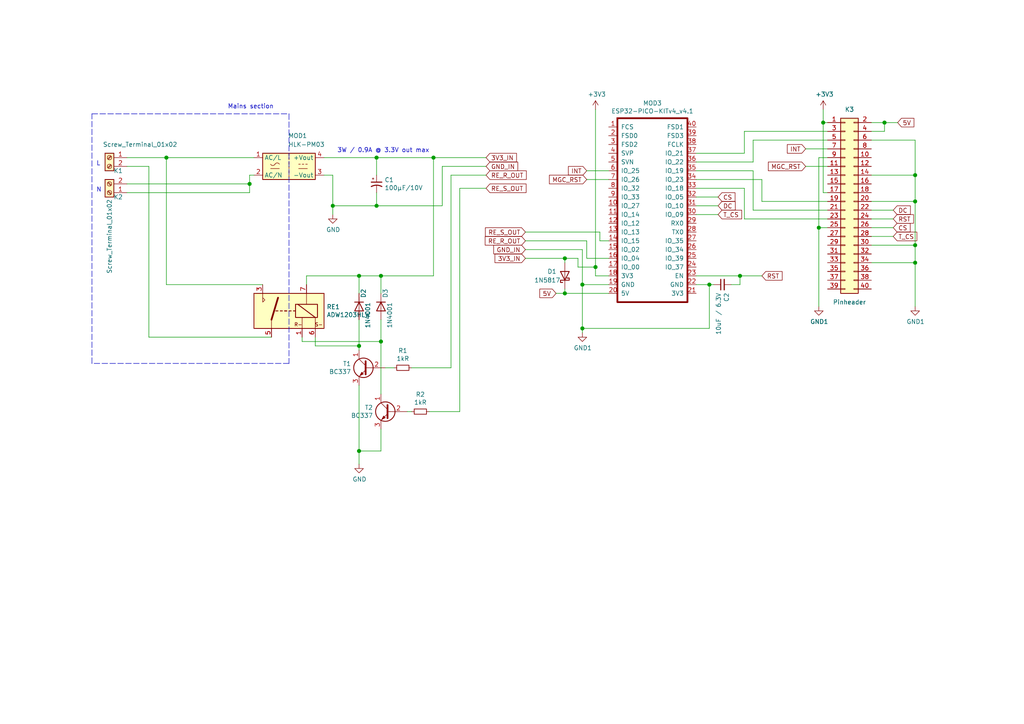
<source format=kicad_sch>
(kicad_sch (version 20210406) (generator eeschema)
  (paper "A4")
  (lib_symbols
    (symbol "ADW1203HLW:ADW1203HLW" (pin_names (offset 1.016))
      (property "Reference" "RE" (at -11.43 6.35 0))
      (property "Value" "ADW1203HLW" (at 11.43 0 90))
      (symbol "ADW1203HLW_1_1"
        (text "R-" (at -2.6924 -3.9624 0) (effects (font (size 1.016 1.016))))
        (text "S-" (at -8.6614 -3.9624 0) (effects (font (size 1.016 1.016))))
        (rectangle (start -8.255 1.905) (end -1.905 -1.905) (stroke (width 0.254)))
        (rectangle (start -10.16 5.08) (end 10.16 -5.08) (stroke (width 0.254)) (fill (type background)))
        (polyline (pts (xy -7.62 -5.08) (xy -7.62 -1.905)))
        (polyline (pts (xy -7.62 -1.905) (xy -2.54 1.905)) (stroke (width 0.254)))
        (polyline (pts (xy -5.08 5.08) (xy -5.08 1.905)))
        (polyline (pts (xy -3.81 -5.08) (xy -3.81 -1.905)))
        (polyline (pts (xy -1.905 0) (xy -1.27 0)) (stroke (width 0.254)))
        (polyline (pts (xy -0.635 0) (xy 0 0)) (stroke (width 0.254)))
        (polyline (pts (xy 0.635 0) (xy 1.27 0)) (stroke (width 0.254)))
        (polyline (pts (xy 0.635 0) (xy 1.27 0)) (stroke (width 0.254)))
        (polyline (pts (xy 1.905 0) (xy 2.54 0)) (stroke (width 0.254)))
        (polyline (pts (xy 3.175 0) (xy 3.81 0)) (stroke (width 0.254)))
        (polyline (pts (xy 5.08 -2.54) (xy 3.175 3.81)) (stroke (width 0.508)))
        (polyline (pts (xy 5.08 -2.54) (xy 5.08 -5.08)))
        (polyline (pts (xy 7.62 3.81) (xy 7.62 5.08)))
        (polyline (pts (xy 7.62 3.81) (xy 7.62 2.54) (xy 6.985 3.175) (xy 7.62 3.81)))
        (pin passive line (at -3.81 -7.62 90) (length 2.54) (name "~") (number "1"))
        (pin passive line (at 7.62 7.62 270) (length 2.54) (name "~") (number "3"))
        (pin passive line (at 5.08 -7.62 90) (length 2.54) (name "~") (number "5"))
        (pin passive line (at -7.62 -7.62 90) (length 2.54) (name "~") (number "6"))
        (pin input line (at -5.08 7.62 270) (length 2.54) (name "~") (number "7"))
      )
    )
    (symbol "Connector:Screw_Terminal_01x02" (pin_names (offset 1.016) hide)
      (property "Reference" "J" (at 0 2.54 0))
      (property "Value" "Screw_Terminal_01x02" (at 0 -5.08 0))
      (symbol "Screw_Terminal_01x02_1_1"
        (circle (center 0 -2.54) (radius 0.635) (stroke (width 0.1524)))
        (circle (center 0 0) (radius 0.635) (stroke (width 0.1524)))
        (rectangle (start -1.27 1.27) (end 1.27 -3.81) (stroke (width 0.254)) (fill (type background)))
        (polyline (pts (xy -0.5334 -2.2098) (xy 0.3302 -3.048)) (stroke (width 0.1524)))
        (polyline (pts (xy -0.5334 0.3302) (xy 0.3302 -0.508)) (stroke (width 0.1524)))
        (polyline (pts (xy -0.3556 -2.032) (xy 0.508 -2.8702)) (stroke (width 0.1524)))
        (polyline (pts (xy -0.3556 0.508) (xy 0.508 -0.3302)) (stroke (width 0.1524)))
        (pin passive line (at -5.08 0 0) (length 3.81) (name "Pin_1") (number "1"))
        (pin passive line (at -5.08 -2.54 0) (length 3.81) (name "Pin_2") (number "2"))
      )
    )
    (symbol "Connector_Generic:Conn_02x20_Odd_Even" (pin_names (offset 1.016) hide)
      (property "Reference" "J" (at 1.27 25.4 0))
      (property "Value" "Conn_02x20_Odd_Even" (at 1.27 -27.94 0))
      (symbol "Conn_02x20_Odd_Even_1_1"
        (rectangle (start -1.27 -25.273) (end 0 -25.527) (stroke (width 0.1524)))
        (rectangle (start -1.27 -22.733) (end 0 -22.987) (stroke (width 0.1524)))
        (rectangle (start -1.27 -20.193) (end 0 -20.447) (stroke (width 0.1524)))
        (rectangle (start -1.27 -17.653) (end 0 -17.907) (stroke (width 0.1524)))
        (rectangle (start -1.27 -15.113) (end 0 -15.367) (stroke (width 0.1524)))
        (rectangle (start -1.27 -12.573) (end 0 -12.827) (stroke (width 0.1524)))
        (rectangle (start -1.27 -10.033) (end 0 -10.287) (stroke (width 0.1524)))
        (rectangle (start -1.27 -7.493) (end 0 -7.747) (stroke (width 0.1524)))
        (rectangle (start -1.27 -4.953) (end 0 -5.207) (stroke (width 0.1524)))
        (rectangle (start -1.27 -2.413) (end 0 -2.667) (stroke (width 0.1524)))
        (rectangle (start -1.27 0.127) (end 0 -0.127) (stroke (width 0.1524)))
        (rectangle (start -1.27 2.667) (end 0 2.413) (stroke (width 0.1524)))
        (rectangle (start -1.27 5.207) (end 0 4.953) (stroke (width 0.1524)))
        (rectangle (start -1.27 7.747) (end 0 7.493) (stroke (width 0.1524)))
        (rectangle (start -1.27 10.287) (end 0 10.033) (stroke (width 0.1524)))
        (rectangle (start -1.27 12.827) (end 0 12.573) (stroke (width 0.1524)))
        (rectangle (start -1.27 15.367) (end 0 15.113) (stroke (width 0.1524)))
        (rectangle (start -1.27 17.907) (end 0 17.653) (stroke (width 0.1524)))
        (rectangle (start -1.27 20.447) (end 0 20.193) (stroke (width 0.1524)))
        (rectangle (start -1.27 22.987) (end 0 22.733) (stroke (width 0.1524)))
        (rectangle (start 3.81 -25.273) (end 2.54 -25.527) (stroke (width 0.1524)))
        (rectangle (start 3.81 -22.733) (end 2.54 -22.987) (stroke (width 0.1524)))
        (rectangle (start 3.81 -20.193) (end 2.54 -20.447) (stroke (width 0.1524)))
        (rectangle (start 3.81 -17.653) (end 2.54 -17.907) (stroke (width 0.1524)))
        (rectangle (start 3.81 -15.113) (end 2.54 -15.367) (stroke (width 0.1524)))
        (rectangle (start 3.81 -12.573) (end 2.54 -12.827) (stroke (width 0.1524)))
        (rectangle (start 3.81 -10.033) (end 2.54 -10.287) (stroke (width 0.1524)))
        (rectangle (start 3.81 -7.493) (end 2.54 -7.747) (stroke (width 0.1524)))
        (rectangle (start 3.81 -4.953) (end 2.54 -5.207) (stroke (width 0.1524)))
        (rectangle (start 3.81 -2.413) (end 2.54 -2.667) (stroke (width 0.1524)))
        (rectangle (start 3.81 0.127) (end 2.54 -0.127) (stroke (width 0.1524)))
        (rectangle (start 3.81 2.667) (end 2.54 2.413) (stroke (width 0.1524)))
        (rectangle (start 3.81 5.207) (end 2.54 4.953) (stroke (width 0.1524)))
        (rectangle (start 3.81 7.747) (end 2.54 7.493) (stroke (width 0.1524)))
        (rectangle (start 3.81 10.287) (end 2.54 10.033) (stroke (width 0.1524)))
        (rectangle (start 3.81 12.827) (end 2.54 12.573) (stroke (width 0.1524)))
        (rectangle (start 3.81 15.367) (end 2.54 15.113) (stroke (width 0.1524)))
        (rectangle (start 3.81 17.907) (end 2.54 17.653) (stroke (width 0.1524)))
        (rectangle (start 3.81 20.447) (end 2.54 20.193) (stroke (width 0.1524)))
        (rectangle (start 3.81 22.987) (end 2.54 22.733) (stroke (width 0.1524)))
        (rectangle (start -1.27 24.13) (end 3.81 -26.67) (stroke (width 0.254)) (fill (type background)))
        (pin passive line (at -5.08 22.86 0) (length 3.81) (name "Pin_1") (number "1"))
        (pin passive line (at 7.62 12.7 180) (length 3.81) (name "Pin_10") (number "10"))
        (pin passive line (at -5.08 10.16 0) (length 3.81) (name "Pin_11") (number "11"))
        (pin passive line (at 7.62 10.16 180) (length 3.81) (name "Pin_12") (number "12"))
        (pin passive line (at -5.08 7.62 0) (length 3.81) (name "Pin_13") (number "13"))
        (pin passive line (at 7.62 7.62 180) (length 3.81) (name "Pin_14") (number "14"))
        (pin passive line (at -5.08 5.08 0) (length 3.81) (name "Pin_15") (number "15"))
        (pin passive line (at 7.62 5.08 180) (length 3.81) (name "Pin_16") (number "16"))
        (pin passive line (at -5.08 2.54 0) (length 3.81) (name "Pin_17") (number "17"))
        (pin passive line (at 7.62 2.54 180) (length 3.81) (name "Pin_18") (number "18"))
        (pin passive line (at -5.08 0 0) (length 3.81) (name "Pin_19") (number "19"))
        (pin passive line (at 7.62 22.86 180) (length 3.81) (name "Pin_2") (number "2"))
        (pin passive line (at 7.62 0 180) (length 3.81) (name "Pin_20") (number "20"))
        (pin passive line (at -5.08 -2.54 0) (length 3.81) (name "Pin_21") (number "21"))
        (pin passive line (at 7.62 -2.54 180) (length 3.81) (name "Pin_22") (number "22"))
        (pin passive line (at -5.08 -5.08 0) (length 3.81) (name "Pin_23") (number "23"))
        (pin passive line (at 7.62 -5.08 180) (length 3.81) (name "Pin_24") (number "24"))
        (pin passive line (at -5.08 -7.62 0) (length 3.81) (name "Pin_25") (number "25"))
        (pin passive line (at 7.62 -7.62 180) (length 3.81) (name "Pin_26") (number "26"))
        (pin passive line (at -5.08 -10.16 0) (length 3.81) (name "Pin_27") (number "27"))
        (pin passive line (at 7.62 -10.16 180) (length 3.81) (name "Pin_28") (number "28"))
        (pin passive line (at -5.08 -12.7 0) (length 3.81) (name "Pin_29") (number "29"))
        (pin passive line (at -5.08 20.32 0) (length 3.81) (name "Pin_3") (number "3"))
        (pin passive line (at 7.62 -12.7 180) (length 3.81) (name "Pin_30") (number "30"))
        (pin passive line (at -5.08 -15.24 0) (length 3.81) (name "Pin_31") (number "31"))
        (pin passive line (at 7.62 -15.24 180) (length 3.81) (name "Pin_32") (number "32"))
        (pin passive line (at -5.08 -17.78 0) (length 3.81) (name "Pin_33") (number "33"))
        (pin passive line (at 7.62 -17.78 180) (length 3.81) (name "Pin_34") (number "34"))
        (pin passive line (at -5.08 -20.32 0) (length 3.81) (name "Pin_35") (number "35"))
        (pin passive line (at 7.62 -20.32 180) (length 3.81) (name "Pin_36") (number "36"))
        (pin passive line (at -5.08 -22.86 0) (length 3.81) (name "Pin_37") (number "37"))
        (pin passive line (at 7.62 -22.86 180) (length 3.81) (name "Pin_38") (number "38"))
        (pin passive line (at -5.08 -25.4 0) (length 3.81) (name "Pin_39") (number "39"))
        (pin passive line (at 7.62 20.32 180) (length 3.81) (name "Pin_4") (number "4"))
        (pin passive line (at 7.62 -25.4 180) (length 3.81) (name "Pin_40") (number "40"))
        (pin passive line (at -5.08 17.78 0) (length 3.81) (name "Pin_5") (number "5"))
        (pin passive line (at 7.62 17.78 180) (length 3.81) (name "Pin_6") (number "6"))
        (pin passive line (at -5.08 15.24 0) (length 3.81) (name "Pin_7") (number "7"))
        (pin passive line (at 7.62 15.24 180) (length 3.81) (name "Pin_8") (number "8"))
        (pin passive line (at -5.08 12.7 0) (length 3.81) (name "Pin_9") (number "9"))
      )
    )
    (symbol "Converter_ACDC:HLK-PM03"
      (property "Reference" "PS" (at 0 5.08 0))
      (property "Value" "HLK-PM03" (at 0 -5.08 0))
      (symbol "HLK-PM03_0_1"
        (arc (start -5.334 0.635) (end -4.064 0.635) (radius (at -4.699 0.9652) (length 0.7112) (angles -152.5 -27.5)))
        (arc (start -2.794 0.635) (end -4.064 0.635) (radius (at -3.429 0.2794) (length 0.7366) (angles 29.2 150.8)))
        (rectangle (start -7.62 3.81) (end 7.62 -3.81) (stroke (width 0.254)) (fill (type background)))
        (polyline (pts (xy -5.334 -0.635) (xy -2.794 -0.635)))
        (polyline (pts (xy 0 -2.54) (xy 0 -3.175)))
        (polyline (pts (xy 0 -1.27) (xy 0 -1.905)))
        (polyline (pts (xy 0 0) (xy 0 -0.635)))
        (polyline (pts (xy 0 1.27) (xy 0 0.635)))
        (polyline (pts (xy 0 2.54) (xy 0 1.905)))
        (polyline (pts (xy 0 3.81) (xy 0 3.175)))
        (polyline (pts (xy 2.794 -0.635) (xy 5.334 -0.635)))
        (polyline (pts (xy 2.794 0.635) (xy 3.302 0.635)))
        (polyline (pts (xy 3.81 0.635) (xy 4.318 0.635)))
        (polyline (pts (xy 4.826 0.635) (xy 5.334 0.635)))
      )
      (symbol "HLK-PM03_1_1"
        (pin power_in line (at -10.16 2.54 0) (length 2.54) (name "AC/L") (number "1"))
        (pin power_in line (at -10.16 -2.54 0) (length 2.54) (name "AC/N") (number "2"))
        (pin power_out line (at 10.16 -2.54 180) (length 2.54) (name "-Vout") (number "3"))
        (pin power_out line (at 10.16 2.54 180) (length 2.54) (name "+Vout") (number "4"))
      )
    )
    (symbol "Device:CP1_Small" (pin_numbers hide) (pin_names (offset 0.254) hide)
      (property "Reference" "C" (at 0.254 1.778 0))
      (property "Value" "CP1_Small" (at 0.254 -2.032 0))
      (symbol "CP1_Small_0_1"
        (arc (start -1.524 -0.762) (end 1.524 -0.762) (radius (at 0 -3.556) (length 3.175) (angles 118.6 61.4)) (stroke (width 0.3048)))
        (polyline (pts (xy -1.524 0.508) (xy 1.524 0.508)) (stroke (width 0.3048)))
        (polyline (pts (xy -1.27 1.524) (xy -0.762 1.524)))
        (polyline (pts (xy -1.016 1.27) (xy -1.016 1.778)))
      )
      (symbol "CP1_Small_1_1"
        (pin passive line (at 0 2.54 270) (length 2.032) (name "~") (number "1"))
        (pin passive line (at 0 -2.54 90) (length 2.032) (name "~") (number "2"))
      )
    )
    (symbol "Device:C_Small" (pin_numbers hide) (pin_names (offset 0.254) hide)
      (property "Reference" "C" (at 0.254 1.778 0))
      (property "Value" "C_Small" (at 0.254 -2.032 0))
      (symbol "C_Small_0_1"
        (polyline (pts (xy -1.524 -0.508) (xy 1.524 -0.508)) (stroke (width 0.3302)))
        (polyline (pts (xy -1.524 0.508) (xy 1.524 0.508)) (stroke (width 0.3048)))
      )
      (symbol "C_Small_1_1"
        (pin passive line (at 0 2.54 270) (length 2.032) (name "~") (number "1"))
        (pin passive line (at 0 -2.54 90) (length 2.032) (name "~") (number "2"))
      )
    )
    (symbol "Device:D" (pin_numbers hide) (pin_names (offset 1.016) hide)
      (property "Reference" "D" (at 0 2.54 0))
      (property "Value" "D" (at 0 -2.54 0))
      (symbol "D_0_1"
        (polyline (pts (xy -1.27 1.27) (xy -1.27 -1.27)) (stroke (width 0.254)))
        (polyline (pts (xy 1.27 0) (xy -1.27 0)))
        (polyline (pts (xy 1.27 1.27) (xy 1.27 -1.27) (xy -1.27 0) (xy 1.27 1.27)) (stroke (width 0.254)))
      )
      (symbol "D_1_1"
        (pin passive line (at -3.81 0 0) (length 2.54) (name "K") (number "1"))
        (pin passive line (at 3.81 0 180) (length 2.54) (name "A") (number "2"))
      )
    )
    (symbol "Device:D_Schottky" (pin_numbers hide) (pin_names (offset 1.016) hide)
      (property "Reference" "D" (at 0 2.54 0))
      (property "Value" "D_Schottky" (at 0 -2.54 0))
      (symbol "D_Schottky_0_1"
        (polyline (pts (xy 1.27 0) (xy -1.27 0)))
        (polyline (pts (xy 1.27 1.27) (xy 1.27 -1.27) (xy -1.27 0) (xy 1.27 1.27)) (stroke (width 0.254)))
        (polyline (pts (xy -1.905 0.635) (xy -1.905 1.27) (xy -1.27 1.27) (xy -1.27 -1.27) (xy -0.635 -1.27) (xy -0.635 -0.635)) (stroke (width 0.254)))
      )
      (symbol "D_Schottky_1_1"
        (pin passive line (at -3.81 0 0) (length 2.54) (name "K") (number "1"))
        (pin passive line (at 3.81 0 180) (length 2.54) (name "A") (number "2"))
      )
    )
    (symbol "Device:R_Small" (pin_numbers hide) (pin_names (offset 0.254) hide)
      (property "Reference" "R" (at 0.762 0.508 0))
      (property "Value" "R_Small" (at 0.762 -1.016 0))
      (symbol "R_Small_0_1"
        (rectangle (start -0.762 1.778) (end 0.762 -1.778) (stroke (width 0.2032)))
      )
      (symbol "R_Small_1_1"
        (pin passive line (at 0 2.54 270) (length 0.762) (name "~") (number "1"))
        (pin passive line (at 0 -2.54 90) (length 0.762) (name "~") (number "2"))
      )
    )
    (symbol "Espressif:ESP32-PICO-KITv4_v4.1" (pin_names (offset 1.016))
      (property "Reference" "IC" (at 0 0 0))
      (property "Value" "ESP32-PICO-KITv4_v4.1" (at 0 -57.15 0))
      (symbol "ESP32-PICO-KITv4_v4.1_0_1"
        (rectangle (start -10.16 -2.54) (end 10.16 -55.88) (stroke (width 0.508)))
      )
      (symbol "ESP32-PICO-KITv4_v4.1_1_1"
        (pin input line (at -12.7 -5.08 0) (length 2.54) (name "FCS") (number "1"))
        (pin input line (at -12.7 -27.94 0) (length 2.54) (name "IO_27") (number "10"))
        (pin input line (at -12.7 -30.48 0) (length 2.54) (name "IO_14") (number "11"))
        (pin input line (at -12.7 -33.02 0) (length 2.54) (name "IO_12") (number "12"))
        (pin input line (at -12.7 -35.56 0) (length 2.54) (name "IO_13") (number "13"))
        (pin input line (at -12.7 -38.1 0) (length 2.54) (name "IO_15") (number "14"))
        (pin input line (at -12.7 -40.64 0) (length 2.54) (name "IO_02") (number "15"))
        (pin input line (at -12.7 -43.18 0) (length 2.54) (name "IO_04") (number "16"))
        (pin input line (at -12.7 -45.72 0) (length 2.54) (name "IO_00") (number "17"))
        (pin input line (at -12.7 -48.26 0) (length 2.54) (name "3V3") (number "18"))
        (pin input line (at -12.7 -50.8 0) (length 2.54) (name "GND") (number "19"))
        (pin input line (at -12.7 -7.62 0) (length 2.54) (name "FSD0") (number "2"))
        (pin input line (at -12.7 -53.34 0) (length 2.54) (name "5V") (number "20"))
        (pin input line (at 12.7 -53.34 180) (length 2.54) (name "3V3") (number "21"))
        (pin input line (at 12.7 -50.8 180) (length 2.54) (name "GND") (number "22"))
        (pin input line (at 12.7 -48.26 180) (length 2.54) (name "EN") (number "23"))
        (pin input line (at 12.7 -45.72 180) (length 2.54) (name "IO_37") (number "24"))
        (pin input line (at 12.7 -43.18 180) (length 2.54) (name "IO_39") (number "25"))
        (pin input line (at 12.7 -40.64 180) (length 2.54) (name "IO_34") (number "26"))
        (pin input line (at 12.7 -38.1 180) (length 2.54) (name "IO_35") (number "27"))
        (pin input line (at 12.7 -35.56 180) (length 2.54) (name "TX0") (number "28"))
        (pin input line (at 12.7 -33.02 180) (length 2.54) (name "RX0") (number "29"))
        (pin input line (at -12.7 -10.16 0) (length 2.54) (name "FSD2") (number "3"))
        (pin input line (at 12.7 -30.48 180) (length 2.54) (name "IO_09") (number "30"))
        (pin input line (at 12.7 -27.94 180) (length 2.54) (name "IO_10") (number "31"))
        (pin input line (at 12.7 -25.4 180) (length 2.54) (name "IO_05") (number "32"))
        (pin input line (at 12.7 -22.86 180) (length 2.54) (name "IO_18") (number "33"))
        (pin input line (at 12.7 -20.32 180) (length 2.54) (name "IO_23") (number "34"))
        (pin input line (at 12.7 -17.78 180) (length 2.54) (name "IO_19") (number "35"))
        (pin input line (at 12.7 -15.24 180) (length 2.54) (name "IO_22") (number "36"))
        (pin input line (at 12.7 -12.7 180) (length 2.54) (name "IO_21") (number "37"))
        (pin input line (at 12.7 -10.16 180) (length 2.54) (name "FCLK") (number "38"))
        (pin input line (at 12.7 -7.62 180) (length 2.54) (name "FSD3") (number "39"))
        (pin input line (at -12.7 -12.7 0) (length 2.54) (name "SVP") (number "4"))
        (pin input line (at 12.7 -5.08 180) (length 2.54) (name "FSD1") (number "40"))
        (pin input line (at -12.7 -15.24 0) (length 2.54) (name "SVN") (number "5"))
        (pin input line (at -12.7 -17.78 0) (length 2.54) (name "IO_25") (number "6"))
        (pin input line (at -12.7 -20.32 0) (length 2.54) (name "IO_26") (number "7"))
        (pin input line (at -12.7 -22.86 0) (length 2.54) (name "IO_32") (number "8"))
        (pin input line (at -12.7 -25.4 0) (length 2.54) (name "IO_33") (number "9"))
      )
    )
    (symbol "Transistor_BJT:BC337" (pin_names (offset 0) hide)
      (property "Reference" "Q" (at 5.08 1.905 0))
      (property "Value" "BC337" (at 5.08 0 0))
      (symbol "BC337_0_1"
        (circle (center 1.27 0) (radius 2.8194) (stroke (width 0.254)))
        (polyline (pts (xy 0 0) (xy 0.635 0)))
        (polyline (pts (xy 0.635 0.635) (xy 2.54 2.54)))
        (polyline (pts (xy 0.635 -0.635) (xy 2.54 -2.54) (xy 2.54 -2.54)))
        (polyline (pts (xy 0.635 1.905) (xy 0.635 -1.905) (xy 0.635 -1.905)) (stroke (width 0.508)))
        (polyline (pts (xy 1.27 -1.778) (xy 1.778 -1.27) (xy 2.286 -2.286) (xy 1.27 -1.778) (xy 1.27 -1.778)) (fill (type outline)))
      )
      (symbol "BC337_1_1"
        (pin passive line (at 2.54 5.08 270) (length 2.54) (name "C") (number "1"))
        (pin input line (at -5.08 0 0) (length 5.08) (name "B") (number "2"))
        (pin passive line (at 2.54 -5.08 90) (length 2.54) (name "E") (number "3"))
      )
    )
    (symbol "power:+3V3" (power) (pin_names (offset 0))
      (property "Value" "+3V3" (at 0 3.556 0))
      (symbol "+3V3_0_1"
        (polyline (pts (xy -0.762 1.27) (xy 0 2.54)))
        (polyline (pts (xy 0 0) (xy 0 2.54)))
        (polyline (pts (xy 0 2.54) (xy 0.762 1.27)))
      )
      (symbol "+3V3_1_1"
        (pin power_in line (at 0 0 90) (length 0) hide (name "+3V3") (number "1"))
      )
    )
    (symbol "power:GND" (power) (pin_names (offset 0))
      (property "Value" "GND" (at 0 -3.81 0))
      (symbol "GND_0_1"
        (polyline (pts (xy 0 0) (xy 0 -1.27) (xy 1.27 -1.27) (xy 0 -2.54) (xy -1.27 -1.27) (xy 0 -1.27)))
      )
      (symbol "GND_1_1"
        (pin power_in line (at 0 0 270) (length 0) hide (name "GND") (number "1"))
      )
    )
    (symbol "power:GND1" (power) (pin_names (offset 0))
      (property "Value" "GND1" (at 0 -3.81 0))
      (symbol "GND1_0_1"
        (polyline (pts (xy 0 0) (xy 0 -1.27) (xy 1.27 -1.27) (xy 0 -2.54) (xy -1.27 -1.27) (xy 0 -1.27)))
      )
      (symbol "GND1_1_1"
        (pin power_in line (at 0 0 270) (length 0) hide (name "GND1") (number "1"))
      )
    )
  )
  (junction (at 48.26 45.72) (diameter 1.016))
  (junction (at 72.39 53.34) (diameter 1.016))
  (junction (at 96.52 59.69) (diameter 1.016))
  (junction (at 104.14 80.01) (diameter 1.016))
  (junction (at 104.14 100.33) (diameter 1.016))
  (junction (at 104.14 130.81) (diameter 1.016))
  (junction (at 109.22 45.72) (diameter 1.016))
  (junction (at 109.22 59.69) (diameter 1.016))
  (junction (at 110.49 80.01) (diameter 1.016))
  (junction (at 110.49 99.06) (diameter 1.016))
  (junction (at 125.73 45.72) (diameter 1.016))
  (junction (at 163.83 74.93) (diameter 1.016))
  (junction (at 163.83 85.09) (diameter 1.016))
  (junction (at 168.91 82.55) (diameter 1.016))
  (junction (at 168.91 95.25) (diameter 1.016))
  (junction (at 172.72 77.47) (diameter 1.016))
  (junction (at 205.74 82.55) (diameter 1.016))
  (junction (at 214.63 80.01) (diameter 1.016))
  (junction (at 237.49 66.04) (diameter 1.016))
  (junction (at 238.76 35.56) (diameter 1.016))
  (junction (at 256.54 35.56) (diameter 1.016))
  (junction (at 265.43 50.8) (diameter 1.016))
  (junction (at 265.43 58.42) (diameter 1.016))
  (junction (at 265.43 71.12) (diameter 1.016))
  (junction (at 265.43 76.2) (diameter 1.016))
  (wire (pts (xy 36.83 45.72) (xy 48.26 45.72)))
  (wire (pts (xy 36.83 48.26) (xy 43.18 48.26)))
  (wire (pts (xy 36.83 53.34) (xy 72.39 53.34)))
  (wire (pts (xy 43.18 48.26) (xy 43.18 97.79)))
  (wire (pts (xy 43.18 97.79) (xy 78.74 97.79)))
  (wire (pts (xy 48.26 45.72) (xy 48.26 82.55)))
  (wire (pts (xy 48.26 45.72) (xy 73.66 45.72)))
  (wire (pts (xy 48.26 82.55) (xy 76.2 82.55)))
  (wire (pts (xy 72.39 50.8) (xy 73.66 50.8)))
  (wire (pts (xy 72.39 53.34) (xy 72.39 50.8)))
  (wire (pts (xy 72.39 53.34) (xy 72.39 55.88)))
  (wire (pts (xy 72.39 55.88) (xy 36.83 55.88)))
  (wire (pts (xy 87.63 97.79) (xy 87.63 99.06)))
  (wire (pts (xy 87.63 99.06) (xy 110.49 99.06)))
  (wire (pts (xy 88.9 80.01) (xy 88.9 82.55)))
  (wire (pts (xy 91.44 97.79) (xy 91.44 100.33)))
  (wire (pts (xy 91.44 100.33) (xy 104.14 100.33)))
  (wire (pts (xy 93.98 45.72) (xy 109.22 45.72)))
  (wire (pts (xy 93.98 50.8) (xy 96.52 50.8)))
  (wire (pts (xy 96.52 50.8) (xy 96.52 59.69)))
  (wire (pts (xy 96.52 59.69) (xy 96.52 62.23)))
  (wire (pts (xy 96.52 59.69) (xy 109.22 59.69)))
  (wire (pts (xy 104.14 80.01) (xy 88.9 80.01)))
  (wire (pts (xy 104.14 80.01) (xy 104.14 85.09)))
  (wire (pts (xy 104.14 80.01) (xy 110.49 80.01)))
  (wire (pts (xy 104.14 92.71) (xy 104.14 100.33)))
  (wire (pts (xy 104.14 100.33) (xy 104.14 101.6)))
  (wire (pts (xy 104.14 111.76) (xy 104.14 130.81)))
  (wire (pts (xy 104.14 130.81) (xy 104.14 134.62)))
  (wire (pts (xy 109.22 45.72) (xy 125.73 45.72)))
  (wire (pts (xy 109.22 50.8) (xy 109.22 45.72)))
  (wire (pts (xy 109.22 55.88) (xy 109.22 59.69)))
  (wire (pts (xy 109.22 59.69) (xy 128.27 59.69)))
  (wire (pts (xy 110.49 80.01) (xy 125.73 80.01)))
  (wire (pts (xy 110.49 85.09) (xy 110.49 80.01)))
  (wire (pts (xy 110.49 99.06) (xy 110.49 92.71)))
  (wire (pts (xy 110.49 99.06) (xy 110.49 114.3)))
  (wire (pts (xy 110.49 124.46) (xy 110.49 130.81)))
  (wire (pts (xy 110.49 130.81) (xy 104.14 130.81)))
  (wire (pts (xy 111.76 106.68) (xy 114.3 106.68)))
  (wire (pts (xy 119.38 106.68) (xy 130.81 106.68)))
  (wire (pts (xy 119.38 119.38) (xy 118.11 119.38)))
  (wire (pts (xy 124.46 119.38) (xy 133.35 119.38)))
  (wire (pts (xy 125.73 45.72) (xy 125.73 80.01)))
  (wire (pts (xy 125.73 45.72) (xy 140.97 45.72)))
  (wire (pts (xy 128.27 48.26) (xy 140.97 48.26)))
  (wire (pts (xy 128.27 59.69) (xy 128.27 48.26)))
  (wire (pts (xy 130.81 50.8) (xy 130.81 106.68)))
  (wire (pts (xy 130.81 50.8) (xy 140.97 50.8)))
  (wire (pts (xy 133.35 54.61) (xy 140.97 54.61)))
  (wire (pts (xy 133.35 119.38) (xy 133.35 54.61)))
  (wire (pts (xy 152.4 69.85) (xy 170.18 69.85)))
  (wire (pts (xy 152.4 72.39) (xy 168.91 72.39)))
  (wire (pts (xy 161.29 85.09) (xy 163.83 85.09)))
  (wire (pts (xy 163.83 74.93) (xy 152.4 74.93)))
  (wire (pts (xy 163.83 74.93) (xy 167.64 74.93)))
  (wire (pts (xy 163.83 76.2) (xy 163.83 74.93)))
  (wire (pts (xy 163.83 83.82) (xy 163.83 85.09)))
  (wire (pts (xy 163.83 85.09) (xy 176.53 85.09)))
  (wire (pts (xy 167.64 74.93) (xy 167.64 77.47)))
  (wire (pts (xy 167.64 77.47) (xy 172.72 77.47)))
  (wire (pts (xy 168.91 72.39) (xy 168.91 82.55)))
  (wire (pts (xy 168.91 82.55) (xy 168.91 95.25)))
  (wire (pts (xy 168.91 95.25) (xy 168.91 96.52)))
  (wire (pts (xy 170.18 49.53) (xy 176.53 49.53)))
  (wire (pts (xy 170.18 52.07) (xy 176.53 52.07)))
  (wire (pts (xy 170.18 69.85) (xy 170.18 74.93)))
  (wire (pts (xy 170.18 74.93) (xy 176.53 74.93)))
  (wire (pts (xy 172.72 31.75) (xy 172.72 77.47)))
  (wire (pts (xy 172.72 77.47) (xy 172.72 80.01)))
  (wire (pts (xy 173.99 67.31) (xy 152.4 67.31)))
  (wire (pts (xy 173.99 69.85) (xy 173.99 67.31)))
  (wire (pts (xy 176.53 69.85) (xy 173.99 69.85)))
  (wire (pts (xy 176.53 80.01) (xy 172.72 80.01)))
  (wire (pts (xy 176.53 82.55) (xy 168.91 82.55)))
  (wire (pts (xy 201.93 44.45) (xy 215.9 44.45)))
  (wire (pts (xy 201.93 46.99) (xy 218.44 46.99)))
  (wire (pts (xy 201.93 49.53) (xy 218.44 49.53)))
  (wire (pts (xy 201.93 54.61) (xy 215.9 54.61)))
  (wire (pts (xy 201.93 62.23) (xy 208.28 62.23)))
  (wire (pts (xy 205.74 82.55) (xy 201.93 82.55)))
  (wire (pts (xy 205.74 82.55) (xy 205.74 95.25)))
  (wire (pts (xy 205.74 95.25) (xy 168.91 95.25)))
  (wire (pts (xy 207.01 82.55) (xy 205.74 82.55)))
  (wire (pts (xy 208.28 57.15) (xy 201.93 57.15)))
  (wire (pts (xy 208.28 59.69) (xy 201.93 59.69)))
  (wire (pts (xy 212.09 82.55) (xy 214.63 82.55)))
  (wire (pts (xy 214.63 80.01) (xy 201.93 80.01)))
  (wire (pts (xy 214.63 80.01) (xy 220.98 80.01)))
  (wire (pts (xy 214.63 82.55) (xy 214.63 80.01)))
  (wire (pts (xy 215.9 38.1) (xy 215.9 44.45)))
  (wire (pts (xy 215.9 54.61) (xy 215.9 63.5)))
  (wire (pts (xy 215.9 63.5) (xy 240.03 63.5)))
  (wire (pts (xy 218.44 40.64) (xy 240.03 40.64)))
  (wire (pts (xy 218.44 46.99) (xy 218.44 40.64)))
  (wire (pts (xy 218.44 49.53) (xy 218.44 60.96)))
  (wire (pts (xy 218.44 60.96) (xy 240.03 60.96)))
  (wire (pts (xy 220.98 52.07) (xy 201.93 52.07)))
  (wire (pts (xy 220.98 58.42) (xy 220.98 52.07)))
  (wire (pts (xy 233.68 43.18) (xy 240.03 43.18)))
  (wire (pts (xy 233.68 48.26) (xy 240.03 48.26)))
  (wire (pts (xy 237.49 45.72) (xy 237.49 66.04)))
  (wire (pts (xy 237.49 66.04) (xy 240.03 66.04)))
  (wire (pts (xy 237.49 88.9) (xy 237.49 66.04)))
  (wire (pts (xy 238.76 35.56) (xy 238.76 31.75)))
  (wire (pts (xy 238.76 55.88) (xy 238.76 35.56)))
  (wire (pts (xy 240.03 35.56) (xy 238.76 35.56)))
  (wire (pts (xy 240.03 38.1) (xy 215.9 38.1)))
  (wire (pts (xy 240.03 45.72) (xy 237.49 45.72)))
  (wire (pts (xy 240.03 55.88) (xy 238.76 55.88)))
  (wire (pts (xy 240.03 58.42) (xy 220.98 58.42)))
  (wire (pts (xy 252.73 35.56) (xy 256.54 35.56)))
  (wire (pts (xy 252.73 38.1) (xy 256.54 38.1)))
  (wire (pts (xy 252.73 40.64) (xy 265.43 40.64)))
  (wire (pts (xy 252.73 50.8) (xy 265.43 50.8)))
  (wire (pts (xy 252.73 58.42) (xy 265.43 58.42)))
  (wire (pts (xy 252.73 63.5) (xy 259.08 63.5)))
  (wire (pts (xy 252.73 68.58) (xy 259.08 68.58)))
  (wire (pts (xy 252.73 71.12) (xy 265.43 71.12)))
  (wire (pts (xy 252.73 76.2) (xy 265.43 76.2)))
  (wire (pts (xy 256.54 35.56) (xy 260.35 35.56)))
  (wire (pts (xy 256.54 38.1) (xy 256.54 35.56)))
  (wire (pts (xy 259.08 60.96) (xy 252.73 60.96)))
  (wire (pts (xy 259.08 66.04) (xy 252.73 66.04)))
  (wire (pts (xy 265.43 40.64) (xy 265.43 50.8)))
  (wire (pts (xy 265.43 50.8) (xy 265.43 58.42)))
  (wire (pts (xy 265.43 58.42) (xy 265.43 71.12)))
  (wire (pts (xy 265.43 71.12) (xy 265.43 76.2)))
  (wire (pts (xy 265.43 76.2) (xy 265.43 88.9)))
  (polyline (pts (xy 26.67 33.02) (xy 83.82 33.02)) (stroke (width 0) (type dash)))
  (polyline (pts (xy 26.67 105.41) (xy 26.67 33.02)) (stroke (width 0) (type dash)))
  (polyline (pts (xy 83.82 33.02) (xy 83.82 105.41)) (stroke (width 0) (type dash)))
  (polyline (pts (xy 83.82 105.41) (xy 26.67 105.41)) (stroke (width 0) (type dash)))
  (text "L" (at 27.94 48.26 0) (effects (font (size 1.27 1.27)) (justify left bottom)))
  (text "N" (at 27.94 55.88 0) (effects (font (size 1.27 1.27)) (justify left bottom)))
  (text "Mains section" (at 66.04 31.75 0) (effects (font (size 1.27 1.27)) (justify left bottom)))
  (text "3W / 0.9A @ 3.3V out max" (at 97.79 44.45 0) (effects (font (size 1.27 1.27)) (justify left bottom)))
  (global_label "3V3_IN" (shape input) (at 140.97 45.72 0) (property "Intersheet References" "${INTERSHEET_REFS}" (effects hide)))
  (global_label "GND_IN" (shape input) (at 140.97 48.26 0) (property "Intersheet References" "${INTERSHEET_REFS}" (effects hide)))
  (global_label "RE_R_OUT" (shape input) (at 140.97 50.8 0) (property "Intersheet References" "${INTERSHEET_REFS}" (effects hide)))
  (global_label "RE_S_OUT" (shape input) (at 140.97 54.61 0) (property "Intersheet References" "${INTERSHEET_REFS}" (effects hide)))
  (global_label "RE_S_OUT" (shape input) (at 152.4 67.31 180) (property "Intersheet References" "${INTERSHEET_REFS}" (effects hide)))
  (global_label "RE_R_OUT" (shape input) (at 152.4 69.85 180) (property "Intersheet References" "${INTERSHEET_REFS}" (effects hide)))
  (global_label "GND_IN" (shape input) (at 152.4 72.39 180) (property "Intersheet References" "${INTERSHEET_REFS}" (effects hide)))
  (global_label "3V3_IN" (shape input) (at 152.4 74.93 180) (property "Intersheet References" "${INTERSHEET_REFS}" (effects hide)))
  (global_label "5V" (shape input) (at 161.29 85.09 180) (property "Intersheet References" "${INTERSHEET_REFS}" (effects hide)))
  (global_label "INT" (shape input) (at 170.18 49.53 180) (property "Intersheet References" "${INTERSHEET_REFS}" (effects hide)))
  (global_label "MGC_RST" (shape input) (at 170.18 52.07 180) (property "Intersheet References" "${INTERSHEET_REFS}" (effects hide)))
  (global_label "CS" (shape input) (at 208.28 57.15 0) (property "Intersheet References" "${INTERSHEET_REFS}" (effects hide)))
  (global_label "DC" (shape input) (at 208.28 59.69 0) (property "Intersheet References" "${INTERSHEET_REFS}" (effects hide)))
  (global_label "T_CS" (shape input) (at 208.28 62.23 0) (property "Intersheet References" "${INTERSHEET_REFS}" (effects hide)))
  (global_label "RST" (shape input) (at 220.98 80.01 0) (property "Intersheet References" "${INTERSHEET_REFS}" (effects hide)))
  (global_label "INT" (shape input) (at 233.68 43.18 180) (property "Intersheet References" "${INTERSHEET_REFS}" (effects hide)))
  (global_label "MGC_RST" (shape input) (at 233.68 48.26 180) (property "Intersheet References" "${INTERSHEET_REFS}" (effects hide)))
  (global_label "DC" (shape input) (at 259.08 60.96 0) (property "Intersheet References" "${INTERSHEET_REFS}" (effects hide)))
  (global_label "RST" (shape input) (at 259.08 63.5 0) (property "Intersheet References" "${INTERSHEET_REFS}" (effects hide)))
  (global_label "CS" (shape input) (at 259.08 66.04 0) (property "Intersheet References" "${INTERSHEET_REFS}" (effects hide)))
  (global_label "T_CS" (shape input) (at 259.08 68.58 0) (property "Intersheet References" "${INTERSHEET_REFS}" (effects hide)))
  (global_label "5V" (shape input) (at 260.35 35.56 0) (property "Intersheet References" "${INTERSHEET_REFS}" (effects hide)))
  (symbol (lib_id "power:+3V3") (at 172.72 31.75 0) (unit 1)
    (property "Reference" "#PWR0103" (effects hide))
    (property "Value" "+3V3" (at 173.101 27.3558 0))
  )
  (symbol (lib_id "power:+3V3") (at 238.76 31.75 0) (unit 1)
    (property "Reference" "#PWR0108" (effects hide))
    (property "Value" "+3V3" (at 239.141 27.3558 0))
  )
  (symbol (lib_id "power:GND") (at 96.52 62.23 0) (unit 1)
    (property "Reference" "#PWR0101" (effects hide))
    (property "Value" "GND" (at 96.647 66.6242 0))
  )
  (symbol (lib_id "power:GND") (at 104.14 134.62 0) (unit 1)
    (property "Reference" "#PWR0106" (effects hide))
    (property "Value" "GND" (at 104.267 139.0142 0))
  )
  (symbol (lib_id "power:GND1") (at 168.91 96.52 0) (unit 1)
    (property "Reference" "#PWR0102" (effects hide))
    (property "Value" "GND1" (at 169.037 100.9142 0))
  )
  (symbol (lib_id "power:GND1") (at 237.49 88.9 0) (unit 1)
    (property "Reference" "#PWR0104" (effects hide))
    (property "Value" "GND1" (at 237.617 93.2942 0))
  )
  (symbol (lib_id "power:GND1") (at 265.43 88.9 0) (unit 1)
    (property "Reference" "#PWR0105" (effects hide))
    (property "Value" "GND1" (at 265.557 93.2942 0))
  )
  (symbol (lib_id "Device:R_Small") (at 116.84 106.68 90) (unit 1)
    (property "Reference" "R1" (at 116.84 101.7016 90))
    (property "Value" "1kR" (at 116.84 104.013 90))
    (property "Footprint" "Resistor_THT:R_Axial_DIN0207_L6.3mm_D2.5mm_P10.16mm_Horizontal" (effects hide))
  )
  (symbol (lib_id "Device:R_Small") (at 121.92 119.38 90) (unit 1)
    (property "Reference" "R2" (at 121.92 114.4016 90))
    (property "Value" "1kR" (at 121.92 116.713 90))
    (property "Footprint" "Resistor_THT:R_Axial_DIN0207_L6.3mm_D2.5mm_P10.16mm_Horizontal" (effects hide))
  )
  (symbol (lib_id "Device:CP1_Small") (at 109.22 53.34 0) (unit 1)
    (property "Reference" "C1" (at 111.5314 52.1716 0) (effects (justify left)))
    (property "Value" "100µF/10V" (at 111.5314 54.483 0) (effects (justify left)))
    (property "Footprint" "Capacitor_THT:CP_Radial_D5.0mm_P2.00mm" (effects hide))
  )
  (symbol (lib_id "Device:C_Small") (at 209.55 82.55 90) (unit 1)
    (property "Reference" "C2" (at 210.7184 84.8868 0) (effects (justify right)))
    (property "Value" "10uF / 6.3V" (at 208.407 84.8868 0) (effects (justify right)))
    (property "Footprint" "Capacitor_THT:CP_Radial_D5.0mm_P2.00mm" (effects hide))
  )
  (symbol (lib_id "Device:D") (at 104.14 88.9 270) (unit 1)
    (property "Reference" "D2" (at 105.41 85.09 0))
    (property "Value" "1N4001" (at 106.68 91.44 0))
    (property "Footprint" "Diode_THT:D_DO-41_SOD81_P7.62mm_Horizontal" (effects hide))
  )
  (symbol (lib_id "Device:D") (at 110.49 88.9 270) (unit 1)
    (property "Reference" "D3" (at 111.76 85.09 0))
    (property "Value" "1N4001" (at 113.03 91.44 0))
    (property "Footprint" "Diode_THT:D_DO-41_SOD81_P7.62mm_Horizontal" (effects hide))
  )
  (symbol (lib_id "Device:D_Schottky") (at 163.83 80.01 90) (unit 1)
    (property "Reference" "D1" (at 158.75 78.74 90) (effects (justify right)))
    (property "Value" "1N5817" (at 154.94 81.28 90) (effects (justify right)))
    (property "Footprint" "Diode_THT:D_DO-41_SOD81_P7.62mm_Horizontal" (effects hide))
  )
  (symbol (lib_id "Connector:Screw_Terminal_01x02") (at 31.75 45.72 0) (mirror y) (unit 1)
    (property "Reference" "K1" (at 34.29 49.53 0))
    (property "Value" "Screw_Terminal_01x02" (at 40.64 41.91 0))
    (property "Footprint" "TerminalBlock:TerminalBlock_Altech_AK300-2_P5.00mm" (effects hide))
  )
  (symbol (lib_id "Connector:Screw_Terminal_01x02") (at 31.75 55.88 180) (unit 1)
    (property "Reference" "K2" (at 34.29 57.15 0))
    (property "Value" "Screw_Terminal_01x02" (at 31.75 68.58 90))
    (property "Footprint" "TerminalBlock:TerminalBlock_Altech_AK300-2_P5.00mm" (effects hide))
  )
  (symbol (lib_id "Transistor_BJT:BC337") (at 106.68 106.68 0) (mirror y) (unit 1)
    (property "Reference" "T1" (at 101.8286 105.5116 0) (effects (justify left)))
    (property "Value" "BC337" (at 101.8286 107.823 0) (effects (justify left)))
    (property "Footprint" "Package_TO_SOT_THT:TO-92_Inline" (effects hide))
    (property "Datasheet" "https://diotec.com/tl_files/diotec/files/pdf/datasheets/bc337.pdf" (effects hide))
  )
  (symbol (lib_id "Transistor_BJT:BC337") (at 113.03 119.38 0) (mirror y) (unit 1)
    (property "Reference" "T2" (at 108.1786 118.2116 0) (effects (justify left)))
    (property "Value" "BC337" (at 108.1786 120.523 0) (effects (justify left)))
    (property "Footprint" "Package_TO_SOT_THT:TO-92_Inline" (effects hide))
    (property "Datasheet" "https://diotec.com/tl_files/diotec/files/pdf/datasheets/bc337.pdf" (effects hide))
  )
  (symbol (lib_id "Converter_ACDC:HLK-PM03") (at 83.82 48.26 0) (unit 1)
    (property "Reference" "MOD1" (at 86.36 39.37 0))
    (property "Value" "HLK-PM03" (at 88.9 41.91 0))
    (property "Footprint" "Converter_ACDC:Converter_ACDC_HiLink_HLK-PMxx" (effects hide))
    (property "Datasheet" "http://www.hlktech.net/product_detail.php?ProId=59" (effects hide))
  )
  (symbol (lib_id "ADW1203HLW:ADW1203HLW") (at 83.82 90.17 0) (mirror y) (unit 1)
    (property "Reference" "RE1" (at 94.742 89.0016 0) (effects (justify right)))
    (property "Value" "ADW1203HLW" (at 94.742 91.313 0) (effects (justify right)))
    (property "Footprint" "ADW1203HLW:Relay_1P1T_NO_10x24x18.8mm_Panasonic_ADW11xxxxW_THT" (effects hide))
  )
  (symbol (lib_id "Connector_Generic:Conn_02x20_Odd_Even") (at 245.11 58.42 0) (unit 1)
    (property "Reference" "K3" (at 246.38 31.75 0))
    (property "Value" "Pinheader" (at 246.38 87.63 0))
    (property "Footprint" "Connector_PinHeader_2.54mm:PinHeader_2x20_P2.54mm_Vertical" (effects hide))
  )
  (symbol (lib_id "Espressif:ESP32-PICO-KITv4_v4.1") (at 189.23 31.75 0) (unit 1)
    (property "Reference" "MOD3" (at 189.23 29.9212 0))
    (property "Value" "ESP32-PICO-KITv4_v4.1" (at 189.23 32.2326 0))
    (property "Footprint" "ESP32-PICO-KIT:DIP-40_W17.78mm_Socket" (effects hide))
  )
)
</source>
